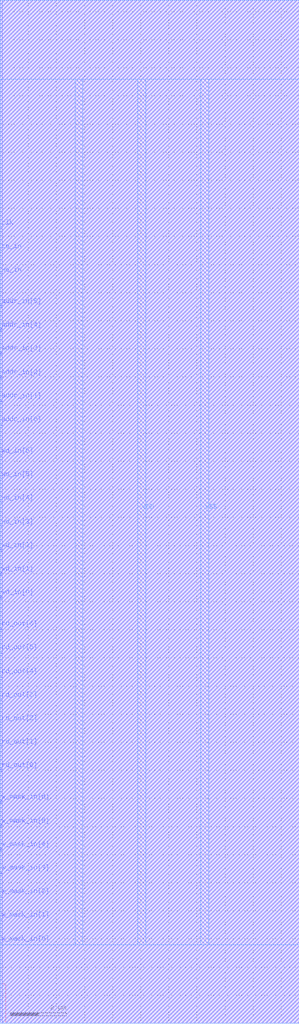
<source format=lef>
VERSION 5.7 ;
BUSBITCHARS "[]" ;
MACRO fakeram45_64x7
  FOREIGN fakeram45_64x7 0 0 ;
  SYMMETRY X Y R90 ;
  SIZE 0.19 BY 1.4 ;
  CLASS BLOCK ;
  PIN w_mask_in[0]
    DIRECTION INPUT ;
    USE SIGNAL ;
    SHAPE ABUTMENT ;
    PORT
      LAYER metal3 ;
      RECT 0.000 2.800 0.070 2.870 ;
    END
  END w_mask_in[0]
  PIN w_mask_in[1]
    DIRECTION INPUT ;
    USE SIGNAL ;
    SHAPE ABUTMENT ;
    PORT
      LAYER metal3 ;
      RECT 0.000 3.640 0.070 3.710 ;
    END
  END w_mask_in[1]
  PIN w_mask_in[2]
    DIRECTION INPUT ;
    USE SIGNAL ;
    SHAPE ABUTMENT ;
    PORT
      LAYER metal3 ;
      RECT 0.000 4.480 0.070 4.550 ;
    END
  END w_mask_in[2]
  PIN w_mask_in[3]
    DIRECTION INPUT ;
    USE SIGNAL ;
    SHAPE ABUTMENT ;
    PORT
      LAYER metal3 ;
      RECT 0.000 5.320 0.070 5.390 ;
    END
  END w_mask_in[3]
  PIN w_mask_in[4]
    DIRECTION INPUT ;
    USE SIGNAL ;
    SHAPE ABUTMENT ;
    PORT
      LAYER metal3 ;
      RECT 0.000 6.160 0.070 6.230 ;
    END
  END w_mask_in[4]
  PIN w_mask_in[5]
    DIRECTION INPUT ;
    USE SIGNAL ;
    SHAPE ABUTMENT ;
    PORT
      LAYER metal3 ;
      RECT 0.000 7.000 0.070 7.070 ;
    END
  END w_mask_in[5]
  PIN w_mask_in[6]
    DIRECTION INPUT ;
    USE SIGNAL ;
    SHAPE ABUTMENT ;
    PORT
      LAYER metal3 ;
      RECT 0.000 7.840 0.070 7.910 ;
    END
  END w_mask_in[6]
  PIN rd_out[0]
    DIRECTION OUTPUT ;
    USE SIGNAL ;
    SHAPE ABUTMENT ;
    PORT
      LAYER metal3 ;
      RECT 0.000 8.960 0.070 9.030 ;
    END
  END rd_out[0]
  PIN rd_out[1]
    DIRECTION OUTPUT ;
    USE SIGNAL ;
    SHAPE ABUTMENT ;
    PORT
      LAYER metal3 ;
      RECT 0.000 9.800 0.070 9.870 ;
    END
  END rd_out[1]
  PIN rd_out[2]
    DIRECTION OUTPUT ;
    USE SIGNAL ;
    SHAPE ABUTMENT ;
    PORT
      LAYER metal3 ;
      RECT 0.000 10.640 0.070 10.710 ;
    END
  END rd_out[2]
  PIN rd_out[3]
    DIRECTION OUTPUT ;
    USE SIGNAL ;
    SHAPE ABUTMENT ;
    PORT
      LAYER metal3 ;
      RECT 0.000 11.480 0.070 11.550 ;
    END
  END rd_out[3]
  PIN rd_out[4]
    DIRECTION OUTPUT ;
    USE SIGNAL ;
    SHAPE ABUTMENT ;
    PORT
      LAYER metal3 ;
      RECT 0.000 12.320 0.070 12.390 ;
    END
  END rd_out[4]
  PIN rd_out[5]
    DIRECTION OUTPUT ;
    USE SIGNAL ;
    SHAPE ABUTMENT ;
    PORT
      LAYER metal3 ;
      RECT 0.000 13.160 0.070 13.230 ;
    END
  END rd_out[5]
  PIN rd_out[6]
    DIRECTION OUTPUT ;
    USE SIGNAL ;
    SHAPE ABUTMENT ;
    PORT
      LAYER metal3 ;
      RECT 0.000 14.000 0.070 14.070 ;
    END
  END rd_out[6]
  PIN wd_in[0]
    DIRECTION INPUT ;
    USE SIGNAL ;
    SHAPE ABUTMENT ;
    PORT
      LAYER metal3 ;
      RECT 0.000 15.120 0.070 15.190 ;
    END
  END wd_in[0]
  PIN wd_in[1]
    DIRECTION INPUT ;
    USE SIGNAL ;
    SHAPE ABUTMENT ;
    PORT
      LAYER metal3 ;
      RECT 0.000 15.960 0.070 16.030 ;
    END
  END wd_in[1]
  PIN wd_in[2]
    DIRECTION INPUT ;
    USE SIGNAL ;
    SHAPE ABUTMENT ;
    PORT
      LAYER metal3 ;
      RECT 0.000 16.800 0.070 16.870 ;
    END
  END wd_in[2]
  PIN wd_in[3]
    DIRECTION INPUT ;
    USE SIGNAL ;
    SHAPE ABUTMENT ;
    PORT
      LAYER metal3 ;
      RECT 0.000 17.640 0.070 17.710 ;
    END
  END wd_in[3]
  PIN wd_in[4]
    DIRECTION INPUT ;
    USE SIGNAL ;
    SHAPE ABUTMENT ;
    PORT
      LAYER metal3 ;
      RECT 0.000 18.480 0.070 18.550 ;
    END
  END wd_in[4]
  PIN wd_in[5]
    DIRECTION INPUT ;
    USE SIGNAL ;
    SHAPE ABUTMENT ;
    PORT
      LAYER metal3 ;
      RECT 0.000 19.320 0.070 19.390 ;
    END
  END wd_in[5]
  PIN wd_in[6]
    DIRECTION INPUT ;
    USE SIGNAL ;
    SHAPE ABUTMENT ;
    PORT
      LAYER metal3 ;
      RECT 0.000 20.160 0.070 20.230 ;
    END
  END wd_in[6]
  PIN addr_in[0]
    DIRECTION INPUT ;
    USE SIGNAL ;
    SHAPE ABUTMENT ;
    PORT
      LAYER metal3 ;
      RECT 0.000 21.280 0.070 21.350 ;
    END
  END addr_in[0]
  PIN addr_in[1]
    DIRECTION INPUT ;
    USE SIGNAL ;
    SHAPE ABUTMENT ;
    PORT
      LAYER metal3 ;
      RECT 0.000 22.120 0.070 22.190 ;
    END
  END addr_in[1]
  PIN addr_in[2]
    DIRECTION INPUT ;
    USE SIGNAL ;
    SHAPE ABUTMENT ;
    PORT
      LAYER metal3 ;
      RECT 0.000 22.960 0.070 23.030 ;
    END
  END addr_in[2]
  PIN addr_in[3]
    DIRECTION INPUT ;
    USE SIGNAL ;
    SHAPE ABUTMENT ;
    PORT
      LAYER metal3 ;
      RECT 0.000 23.800 0.070 23.870 ;
    END
  END addr_in[3]
  PIN addr_in[4]
    DIRECTION INPUT ;
    USE SIGNAL ;
    SHAPE ABUTMENT ;
    PORT
      LAYER metal3 ;
      RECT 0.000 24.640 0.070 24.710 ;
    END
  END addr_in[4]
  PIN addr_in[5]
    DIRECTION INPUT ;
    USE SIGNAL ;
    SHAPE ABUTMENT ;
    PORT
      LAYER metal3 ;
      RECT 0.000 25.480 0.070 25.550 ;
    END
  END addr_in[5]
  PIN we_in
    DIRECTION INPUT ;
    USE SIGNAL ;
    SHAPE ABUTMENT ;
    PORT
      LAYER metal3 ;
      RECT 0.000 26.600 0.070 26.670 ;
    END
  END we_in
  PIN ce_in
    DIRECTION INPUT ;
    USE SIGNAL ;
    SHAPE ABUTMENT ;
    PORT
      LAYER metal3 ;
      RECT 0.000 27.440 0.070 27.510 ;
    END
  END ce_in
  PIN clk
    DIRECTION INPUT ;
    USE SIGNAL ;
    SHAPE ABUTMENT ;
    PORT
      LAYER metal3 ;
      RECT 0.000 28.280 0.070 28.350 ;
    END
  END clk
  PIN VSS
    DIRECTION INOUT ;
    USE GROUND ;
    PORT
      LAYER metal4 ;
      RECT 2.660 2.800 2.940 33.600 ;
      RECT 7.140 2.800 7.420 33.600 ;
    END
  END VSS
  PIN VDD
    DIRECTION INOUT ;
    USE POWER ;
    PORT
      LAYER metal4 ;
      RECT 4.900 2.800 5.180 33.600 ;
    END
  END VDD
  OBS
    LAYER metal1 ;
    RECT 0 0 10.640 36.400 ;
    LAYER metal2 ;
    RECT 0 0 10.640 36.400 ;
    LAYER metal3 ;
    RECT 0.070 0 10.640 36.400 ;
    RECT 0 0.000 0.070 2.800 ;
    RECT 0 2.870 0.070 3.640 ;
    RECT 0 3.710 0.070 4.480 ;
    RECT 0 4.550 0.070 5.320 ;
    RECT 0 5.390 0.070 6.160 ;
    RECT 0 6.230 0.070 7.000 ;
    RECT 0 7.070 0.070 7.840 ;
    RECT 0 7.910 0.070 8.960 ;
    RECT 0 9.030 0.070 9.800 ;
    RECT 0 9.870 0.070 10.640 ;
    RECT 0 10.710 0.070 11.480 ;
    RECT 0 11.550 0.070 12.320 ;
    RECT 0 12.390 0.070 13.160 ;
    RECT 0 13.230 0.070 14.000 ;
    RECT 0 14.070 0.070 15.120 ;
    RECT 0 15.190 0.070 15.960 ;
    RECT 0 16.030 0.070 16.800 ;
    RECT 0 16.870 0.070 17.640 ;
    RECT 0 17.710 0.070 18.480 ;
    RECT 0 18.550 0.070 19.320 ;
    RECT 0 19.390 0.070 20.160 ;
    RECT 0 20.230 0.070 21.280 ;
    RECT 0 21.350 0.070 22.120 ;
    RECT 0 22.190 0.070 22.960 ;
    RECT 0 23.030 0.070 23.800 ;
    RECT 0 23.870 0.070 24.640 ;
    RECT 0 24.710 0.070 25.480 ;
    RECT 0 25.550 0.070 26.600 ;
    RECT 0 26.670 0.070 27.440 ;
    RECT 0 27.510 0.070 28.280 ;
    RECT 0 28.350 0.070 36.400 ;
    LAYER metal4 ;
    RECT 0 0 10.640 2.800 ;
    RECT 0 33.600 10.640 36.400 ;
    RECT 0.000 2.800 2.660 33.600 ;
    RECT 2.940 2.800 4.900 33.600 ;
    RECT 5.180 2.800 7.140 33.600 ;
    RECT 7.420 2.800 10.640 33.600 ;
  END
END fakeram45_64x7

END LIBRARY

</source>
